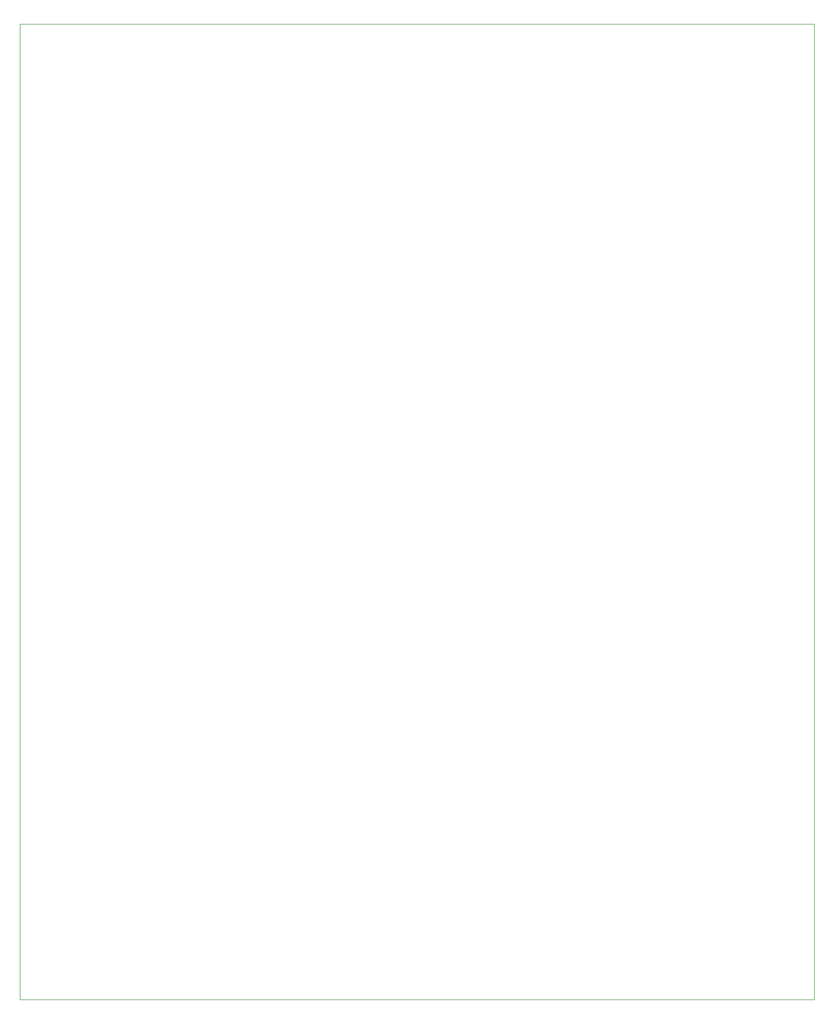
<source format=gbr>
%TF.GenerationSoftware,KiCad,Pcbnew,8.0.5*%
%TF.CreationDate,2024-10-04T15:32:28-04:00*%
%TF.ProjectId,FujiNet_5.0,46756a69-4e65-4745-9f35-2e302e6b6963,rev?*%
%TF.SameCoordinates,Original*%
%TF.FileFunction,Profile,NP*%
%FSLAX46Y46*%
G04 Gerber Fmt 4.6, Leading zero omitted, Abs format (unit mm)*
G04 Created by KiCad (PCBNEW 8.0.5) date 2024-10-04 15:32:28*
%MOMM*%
%LPD*%
G01*
G04 APERTURE LIST*
%TA.AperFunction,Profile*%
%ADD10C,0.050000*%
%TD*%
G04 APERTURE END LIST*
D10*
X17820000Y-13260000D02*
X149820000Y-13260000D01*
X149820000Y-175260000D01*
X17820000Y-175260000D01*
X17820000Y-13260000D01*
M02*

</source>
